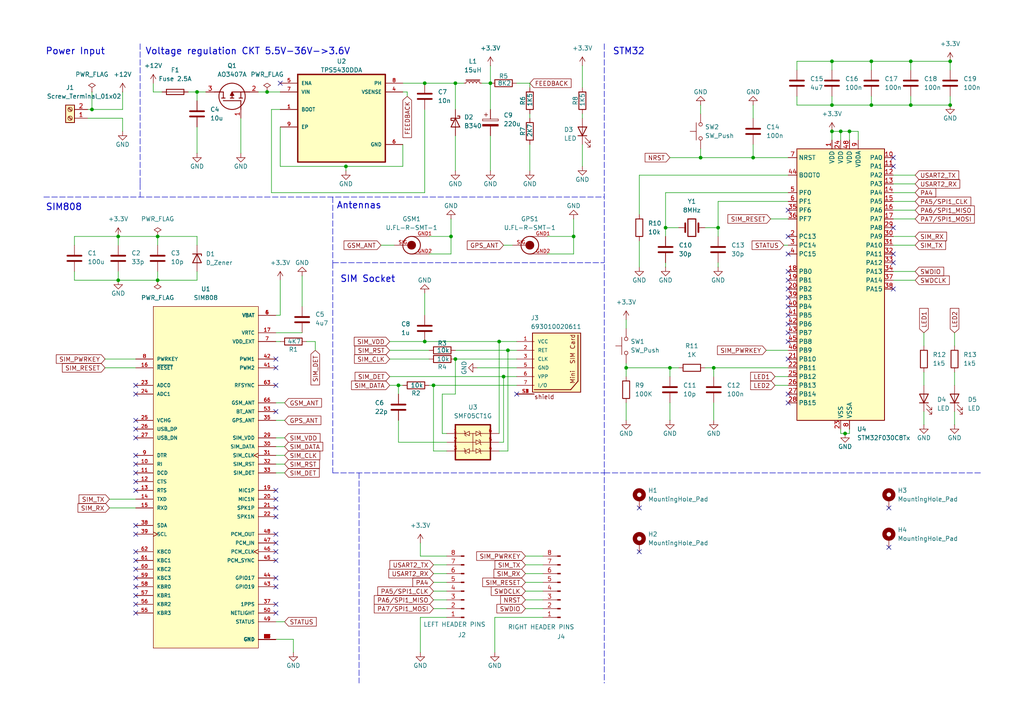
<source format=kicad_sch>
(kicad_sch (version 20250114) (generator "eeschema") (generator_version "9.0")
  (paper "A4")
  (title_block (title "GPS tracker with STM32 ") (date "2025-09-01") (company "Muhammad Hammad ur Rehman"))
  (text "SIM Socket" (at 106.68 81.026 0) (effects (font (size 1.905 1.905) (thickness 0.254) (bold yes))))
  (text "Power Input" (at 21.844 14.986 0) (effects (font (size 1.905 1.905) (thickness 0.254) (bold yes))))
  (text "Voltage regulation CKT 5.5V-36V->3.6V" (at 71.882 14.986 0) (effects (font (size 1.905 1.905) (thickness 0.254) (bold yes))))
  (text "STM32" (at 182.372 14.986 0) (effects (font (size 1.905 1.905) (thickness 0.254) (bold yes))))
  (text "Antennas" (at 104.14 59.69 0) (effects (font (size 1.905 1.905) (thickness 0.254) (bold yes))))
  (text "SIM808" (at 18.542 60.198 0) (effects (font (size 1.905 1.905) (thickness 0.254) (bold yes))))
  (junction (at 166.37 68.58))
  (junction (at 193.04 66.04))
  (junction (at 264.16 30.48))
  (junction (at 144.78 99.06))
  (junction (at 34.29 68.58))
  (junction (at 34.29 81.28))
  (junction (at 275.59 17.78))
  (junction (at 203.2 45.72))
  (junction (at 241.3 30.48))
  (junction (at 208.28 66.04))
  (junction (at 275.59 30.48))
  (junction (at 194.31 106.68))
  (junction (at 123.19 99.06))
  (junction (at 130.81 68.58))
  (junction (at 142.24 24.13))
  (junction (at 252.73 30.48))
  (junction (at 181.61 106.68))
  (junction (at 115.57 111.76))
  (junction (at 132.08 104.14))
  (junction (at 100.33 48.26))
  (junction (at 45.72 81.28))
  (junction (at 218.44 45.72))
  (junction (at 241.3 17.78))
  (junction (at 246.38 38.1))
  (junction (at 147.32 101.6))
  (junction (at 132.08 24.13))
  (junction (at 146.05 109.22))
  (junction (at 245.11 125.73))
  (junction (at 252.73 17.78))
  (junction (at 125.73 111.76))
  (junction (at 57.15 26.67))
  (junction (at 26.67 31.75))
  (junction (at 45.72 68.58))
  (junction (at 77.47 26.67))
  (junction (at 123.19 24.13))
  (junction (at 264.16 17.78))
  (junction (at 241.3 38.1))
  (junction (at 207.01 106.68))
  (junction (at 243.84 38.1))
  (no_connect (at 39.37 139.7))
  (no_connect (at 228.6 91.44))
  (no_connect (at 39.37 132.08))
  (no_connect (at 39.37 170.18))
  (no_connect (at 80.01 162.56))
  (no_connect (at 259.08 73.66))
  (no_connect (at 185.42 160.02))
  (no_connect (at 80.01 167.64))
  (no_connect (at 39.37 114.3))
  (no_connect (at 39.37 172.72))
  (no_connect (at 81.28 24.13))
  (no_connect (at 228.6 104.14))
  (no_connect (at 80.01 142.24))
  (no_connect (at 228.6 73.66))
  (no_connect (at 80.01 154.94))
  (no_connect (at 80.01 170.18))
  (no_connect (at 80.01 106.68))
  (no_connect (at 228.6 116.84))
  (no_connect (at 39.37 160.02))
  (no_connect (at 228.6 86.36))
  (no_connect (at 39.37 162.56))
  (no_connect (at 39.37 152.4))
  (no_connect (at 80.01 149.86))
  (no_connect (at 39.37 111.76))
  (no_connect (at 39.37 137.16))
  (no_connect (at 80.01 111.76))
  (no_connect (at 80.01 119.38))
  (no_connect (at 257.81 158.75))
  (no_connect (at 259.08 45.72))
  (no_connect (at 39.37 127))
  (no_connect (at 39.37 167.64))
  (no_connect (at 228.6 93.98))
  (no_connect (at 228.6 60.96))
  (no_connect (at 259.08 76.2))
  (no_connect (at 259.08 66.04))
  (no_connect (at 228.6 68.58))
  (no_connect (at 80.01 144.78))
  (no_connect (at 39.37 134.62))
  (no_connect (at 39.37 124.46))
  (no_connect (at 228.6 81.28))
  (no_connect (at 228.6 99.06))
  (no_connect (at 80.01 157.48))
  (no_connect (at 80.01 104.14))
  (no_connect (at 228.6 78.74))
  (no_connect (at 80.01 147.32))
  (no_connect (at 80.01 175.26))
  (no_connect (at 39.37 165.1))
  (no_connect (at 185.42 147.32))
  (no_connect (at 228.6 88.9))
  (no_connect (at 39.37 121.92))
  (no_connect (at 39.37 154.94))
  (no_connect (at 149.86 114.3))
  (no_connect (at 39.37 142.24))
  (no_connect (at 228.6 83.82))
  (no_connect (at 228.6 96.52))
  (no_connect (at 257.81 147.32))
  (no_connect (at 80.01 177.8))
  (no_connect (at 259.08 48.26))
  (no_connect (at 228.6 114.3))
  (no_connect (at 39.37 175.26))
  (no_connect (at 39.37 177.8))
  (no_connect (at 80.01 160.02))
  (no_connect (at 259.08 83.82))
  (wire (pts (xy 203.2 43.18) (xy 203.2 45.72)))
  (wire (pts (xy 228.6 50.8) (xy 185.42 50.8)))
  (wire (pts (xy 265.43 53.34) (xy 259.08 53.34)))
  (wire (pts (xy 113.03 111.76) (xy 115.57 111.76)))
  (wire (pts (xy 35.56 34.29) (xy 35.56 38.1)))
  (wire (pts (xy 132.08 39.37) (xy 132.08 49.53)))
  (wire (pts (xy 125.73 173.99) (xy 129.54 173.99)))
  (wire (pts (xy 81.28 31.75) (xy 78.74 31.75)))
  (wire (pts (xy 30.48 106.68) (xy 39.37 106.68)))
  (wire (pts (xy 265.43 71.12) (xy 259.08 71.12)))
  (wire (pts (xy 265.43 78.74) (xy 259.08 78.74)))
  (wire (pts (xy 123.19 24.13) (xy 132.08 24.13)))
  (wire (pts (xy 85.09 189.23) (xy 85.09 185.42)))
  (wire (pts (xy 34.29 78.74) (xy 34.29 81.28)))
  (wire (pts (xy 147.32 101.6) (xy 149.86 101.6)))
  (wire (pts (xy 181.61 116.84) (xy 181.61 121.92)))
  (wire (pts (xy 45.72 78.74) (xy 45.72 81.28)))
  (wire (pts (xy 228.6 58.42) (xy 208.28 58.42)))
  (polyline (pts (xy 96.52 76.2) (xy 96.52 137.16)) (stroke (width 0) (type dash)))
  (wire (pts (xy 57.15 71.12) (xy 57.15 68.58)))
  (wire (pts (xy 78.74 31.75) (xy 78.74 55.88)))
  (wire (pts (xy 31.75 144.78) (xy 39.37 144.78)))
  (wire (pts (xy 276.86 119.38) (xy 276.86 123.19)))
  (wire (pts (xy 125.73 166.37) (xy 129.54 166.37)))
  (wire (pts (xy 152.4 168.91) (xy 157.48 168.91)))
  (wire (pts (xy 81.28 48.26) (xy 100.33 48.26)))
  (wire (pts (xy 45.72 68.58) (xy 57.15 68.58)))
  (wire (pts (xy 265.43 55.88) (xy 259.08 55.88)))
  (wire (pts (xy 57.15 26.67) (xy 59.69 26.67)))
  (wire (pts (xy 123.19 99.06) (xy 144.78 99.06)))
  (wire (pts (xy 241.3 27.94) (xy 241.3 30.48)))
  (wire (pts (xy 21.59 71.12) (xy 21.59 68.58)))
  (wire (pts (xy 153.67 33.02) (xy 153.67 34.29)))
  (wire (pts (xy 152.4 173.99) (xy 157.48 173.99)))
  (polyline (pts (xy 104.14 137.16) (xy 104.14 198.12)) (stroke (width 0) (type dash)))
  (wire (pts (xy 113.03 101.6) (xy 124.46 101.6)))
  (wire (pts (xy 132.08 24.13) (xy 134.62 24.13)))
  (wire (pts (xy 267.97 107.95) (xy 267.97 111.76)))
  (wire (pts (xy 207.01 106.68) (xy 207.01 109.22)))
  (wire (pts (xy 91.44 99.06) (xy 91.44 101.6)))
  (wire (pts (xy 46.99 26.67) (xy 44.45 26.67)))
  (wire (pts (xy 152.4 176.53) (xy 157.48 176.53)))
  (wire (pts (xy 132.08 114.3) (xy 132.08 104.14)))
  (wire (pts (xy 34.29 68.58) (xy 45.72 68.58)))
  (wire (pts (xy 147.32 130.81) (xy 147.32 101.6)))
  (wire (pts (xy 57.15 78.74) (xy 57.15 81.28)))
  (wire (pts (xy 142.24 19.05) (xy 142.24 24.13)))
  (wire (pts (xy 228.6 55.88) (xy 193.04 55.88)))
  (wire (pts (xy 124.46 111.76) (xy 125.73 111.76)))
  (wire (pts (xy 193.04 55.88) (xy 193.04 66.04)))
  (wire (pts (xy 125.73 111.76) (xy 125.73 130.81)))
  (wire (pts (xy 264.16 17.78) (xy 264.16 20.32)))
  (wire (pts (xy 203.2 45.72) (xy 218.44 45.72)))
  (wire (pts (xy 116.84 24.13) (xy 123.19 24.13)))
  (wire (pts (xy 243.84 38.1) (xy 241.3 38.1)))
  (polyline (pts (xy 40.64 53.34) (xy 40.64 57.15)) (stroke (width 0) (type dash)))
  (wire (pts (xy 153.67 24.13) (xy 153.67 25.4)))
  (wire (pts (xy 194.31 106.68) (xy 181.61 106.68)))
  (wire (pts (xy 125.73 168.91) (xy 129.54 168.91)))
  (wire (pts (xy 207.01 106.68) (xy 228.6 106.68)))
  (wire (pts (xy 25.4 31.75) (xy 26.67 31.75)))
  (polyline (pts (xy 40.64 12.7) (xy 40.64 53.34)) (stroke (width 0) (type dash)))
  (wire (pts (xy 168.91 41.91) (xy 168.91 48.26)))
  (wire (pts (xy 223.52 63.5) (xy 228.6 63.5)))
  (wire (pts (xy 138.43 106.68) (xy 149.86 106.68)))
  (wire (pts (xy 129.54 125.73) (xy 128.27 125.73)))
  (wire (pts (xy 128.27 114.3) (xy 132.08 114.3)))
  (wire (pts (xy 123.19 85.09) (xy 123.19 91.44)))
  (wire (pts (xy 194.31 45.72) (xy 203.2 45.72)))
  (wire (pts (xy 113.03 104.14) (xy 124.46 104.14)))
  (wire (pts (xy 78.74 55.88) (xy 123.19 55.88)))
  (polyline (pts (xy 96.52 137.16) (xy 175.26 137.16)) (stroke (width 0) (type dash)))
  (wire (pts (xy 30.48 104.14) (xy 39.37 104.14)))
  (wire (pts (xy 80.01 137.16) (xy 82.55 137.16)))
  (wire (pts (xy 142.24 24.13) (xy 139.7 24.13)))
  (wire (pts (xy 276.86 107.95) (xy 276.86 111.76)))
  (wire (pts (xy 241.3 17.78) (xy 241.3 20.32)))
  (wire (pts (xy 144.78 128.27) (xy 146.05 128.27)))
  (wire (pts (xy 143.51 189.23) (xy 143.51 179.07)))
  (wire (pts (xy 80.01 91.44) (xy 81.28 91.44)))
  (wire (pts (xy 144.78 130.81) (xy 147.32 130.81)))
  (wire (pts (xy 265.43 60.96) (xy 259.08 60.96)))
  (wire (pts (xy 144.78 99.06) (xy 144.78 125.73)))
  (wire (pts (xy 275.59 30.48) (xy 275.59 27.94)))
  (wire (pts (xy 231.14 17.78) (xy 241.3 17.78)))
  (wire (pts (xy 193.04 77.47) (xy 193.04 76.2)))
  (wire (pts (xy 208.28 77.47) (xy 208.28 76.2)))
  (wire (pts (xy 231.14 20.32) (xy 231.14 17.78)))
  (wire (pts (xy 227.33 71.12) (xy 228.6 71.12)))
  (wire (pts (xy 125.73 111.76) (xy 149.86 111.76)))
  (wire (pts (xy 116.84 48.26) (xy 116.84 41.91)))
  (wire (pts (xy 252.73 30.48) (xy 264.16 30.48)))
  (wire (pts (xy 81.28 91.44) (xy 81.28 81.28)))
  (wire (pts (xy 57.15 26.67) (xy 57.15 29.21)))
  (wire (pts (xy 208.28 68.58) (xy 208.28 66.04)))
  (wire (pts (xy 34.29 81.28) (xy 21.59 81.28)))
  (polyline (pts (xy 12.7 57.15) (xy 175.26 57.15)) (stroke (width 0) (type dash)))
  (wire (pts (xy 158.75 68.58) (xy 166.37 68.58)))
  (wire (pts (xy 267.97 96.52) (xy 267.97 100.33)))
  (wire (pts (xy 26.67 31.75) (xy 35.56 31.75)))
  (wire (pts (xy 267.97 123.19) (xy 267.97 119.38)))
  (wire (pts (xy 129.54 179.07) (xy 121.92 179.07)))
  (wire (pts (xy 25.4 34.29) (xy 35.56 34.29)))
  (wire (pts (xy 264.16 30.48) (xy 275.59 30.48)))
  (wire (pts (xy 248.92 38.1) (xy 246.38 38.1)))
  (wire (pts (xy 21.59 68.58) (xy 34.29 68.58)))
  (wire (pts (xy 80.01 129.54) (xy 82.55 129.54)))
  (wire (pts (xy 132.08 24.13) (xy 132.08 31.75)))
  (wire (pts (xy 121.92 179.07) (xy 121.92 189.23)))
  (wire (pts (xy 264.16 17.78) (xy 275.59 17.78)))
  (wire (pts (xy 45.72 68.58) (xy 45.72 71.12)))
  (wire (pts (xy 128.27 125.73) (xy 128.27 114.3)))
  (wire (pts (xy 265.43 50.8) (xy 259.08 50.8)))
  (wire (pts (xy 243.84 38.1) (xy 243.84 40.64)))
  (wire (pts (xy 264.16 27.94) (xy 264.16 30.48)))
  (wire (pts (xy 185.42 77.47) (xy 185.42 69.85)))
  (wire (pts (xy 35.56 26.67) (xy 35.56 31.75)))
  (wire (pts (xy 231.14 27.94) (xy 231.14 30.48)))
  (wire (pts (xy 132.08 104.14) (xy 149.86 104.14)))
  (wire (pts (xy 69.85 34.29) (xy 69.85 44.45)))
  (wire (pts (xy 252.73 17.78) (xy 264.16 17.78)))
  (wire (pts (xy 265.43 68.58) (xy 259.08 68.58)))
  (wire (pts (xy 113.03 99.06) (xy 123.19 99.06)))
  (wire (pts (xy 115.57 111.76) (xy 115.57 114.3)))
  (wire (pts (xy 207.01 116.84) (xy 207.01 121.92)))
  (wire (pts (xy 208.28 66.04) (xy 204.47 66.04)))
  (wire (pts (xy 193.04 66.04) (xy 196.85 66.04)))
  (wire (pts (xy 181.61 106.68) (xy 181.61 105.41)))
  (wire (pts (xy 54.61 26.67) (xy 57.15 26.67)))
  (wire (pts (xy 245.11 125.73) (xy 243.84 125.73)))
  (wire (pts (xy 125.73 171.45) (xy 129.54 171.45)))
  (wire (pts (xy 218.44 41.91) (xy 218.44 45.72)))
  (wire (pts (xy 252.73 27.94) (xy 252.73 30.48)))
  (wire (pts (xy 246.38 38.1) (xy 246.38 40.64)))
  (wire (pts (xy 132.08 101.6) (xy 147.32 101.6)))
  (wire (pts (xy 125.73 163.83) (xy 129.54 163.83)))
  (wire (pts (xy 181.61 92.71) (xy 181.61 95.25)))
  (wire (pts (xy 208.28 58.42) (xy 208.28 66.04)))
  (wire (pts (xy 275.59 17.78) (xy 275.59 20.32)))
  (wire (pts (xy 80.01 132.08) (xy 82.55 132.08)))
  (wire (pts (xy 152.4 163.83) (xy 157.48 163.83)))
  (wire (pts (xy 121.92 157.48) (xy 121.92 161.29)))
  (wire (pts (xy 124.46 73.66) (xy 130.81 73.66)))
  (wire (pts (xy 130.81 68.58) (xy 130.81 73.66)))
  (wire (pts (xy 123.19 55.88) (xy 123.19 31.75)))
  (wire (pts (xy 80.01 96.52) (xy 87.63 96.52)))
  (wire (pts (xy 82.55 116.84) (xy 80.01 116.84)))
  (wire (pts (xy 194.31 116.84) (xy 194.31 121.92)))
  (wire (pts (xy 130.81 63.5) (xy 130.81 68.58)))
  (wire (pts (xy 196.85 106.68) (xy 194.31 106.68)))
  (wire (pts (xy 142.24 31.75) (xy 142.24 24.13)))
  (wire (pts (xy 168.91 19.05) (xy 168.91 25.4)))
  (wire (pts (xy 203.2 30.48) (xy 203.2 33.02)))
  (polyline (pts (xy 175.26 137.16) (xy 284.48 137.16)) (stroke (width 0) (type dash)))
  (wire (pts (xy 241.3 17.78) (xy 252.73 17.78)))
  (wire (pts (xy 45.72 81.28) (xy 34.29 81.28)))
  (wire (pts (xy 144.78 99.06) (xy 149.86 99.06)))
  (wire (pts (xy 146.05 109.22) (xy 149.86 109.22)))
  (wire (pts (xy 81.28 36.83) (xy 81.28 48.26)))
  (wire (pts (xy 224.79 111.76) (xy 228.6 111.76)))
  (polyline (pts (xy 96.52 57.15) (xy 96.52 76.2)) (stroke (width 0) (type dash)))
  (wire (pts (xy 88.9 99.06) (xy 91.44 99.06)))
  (wire (pts (xy 80.01 127) (xy 82.55 127)))
  (wire (pts (xy 81.28 99.06) (xy 80.01 99.06)))
  (wire (pts (xy 129.54 130.81) (xy 125.73 130.81)))
  (wire (pts (xy 77.47 26.67) (xy 81.28 26.67)))
  (wire (pts (xy 21.59 81.28) (xy 21.59 78.74)))
  (wire (pts (xy 44.45 24.13) (xy 44.45 26.67)))
  (wire (pts (xy 265.43 81.28) (xy 259.08 81.28)))
  (polyline (pts (xy 96.52 76.2) (xy 175.26 76.2)) (stroke (width 0) (type dash)))
  (wire (pts (xy 57.15 36.83) (xy 57.15 44.45)))
  (wire (pts (xy 115.57 128.27) (xy 115.57 121.92)))
  (wire (pts (xy 224.79 109.22) (xy 228.6 109.22)))
  (wire (pts (xy 31.75 147.32) (xy 39.37 147.32)))
  (wire (pts (xy 82.55 121.92) (xy 80.01 121.92)))
  (wire (pts (xy 152.4 166.37) (xy 157.48 166.37)))
  (wire (pts (xy 124.46 68.58) (xy 130.81 68.58)))
  (wire (pts (xy 181.61 106.68) (xy 181.61 109.22)))
  (wire (pts (xy 34.29 68.58) (xy 34.29 71.12)))
  (wire (pts (xy 241.3 30.48) (xy 252.73 30.48)))
  (wire (pts (xy 204.47 106.68) (xy 207.01 106.68)))
  (wire (pts (xy 152.4 171.45) (xy 157.48 171.45)))
  (wire (pts (xy 265.43 58.42) (xy 259.08 58.42)))
  (wire (pts (xy 85.09 185.42) (xy 80.01 185.42)))
  (wire (pts (xy 166.37 73.66) (xy 166.37 68.58)))
  (wire (pts (xy 241.3 38.1) (xy 241.3 40.64)))
  (wire (pts (xy 194.31 106.68) (xy 194.31 109.22)))
  (wire (pts (xy 80.01 180.34) (xy 82.55 180.34)))
  (wire (pts (xy 222.25 101.6) (xy 228.6 101.6)))
  (wire (pts (xy 125.73 176.53) (xy 129.54 176.53)))
  (wire (pts (xy 193.04 66.04) (xy 193.04 68.58)))
  (polyline (pts (xy 175.26 12.7) (xy 175.26 198.12)) (stroke (width 0) (type dash)))
  (wire (pts (xy 45.72 81.28) (xy 57.15 81.28)))
  (wire (pts (xy 248.92 40.64) (xy 248.92 38.1)))
  (wire (pts (xy 218.44 45.72) (xy 228.6 45.72)))
  (wire (pts (xy 158.75 73.66) (xy 166.37 73.66)))
  (wire (pts (xy 121.92 161.29) (xy 129.54 161.29)))
  (wire (pts (xy 26.67 26.67) (xy 26.67 31.75)))
  (wire (pts (xy 118.11 27.94) (xy 118.11 26.67)))
  (wire (pts (xy 100.33 48.26) (xy 100.33 49.53)))
  (wire (pts (xy 243.84 125.73) (xy 243.84 124.46)))
  (wire (pts (xy 168.91 33.02) (xy 168.91 34.29)))
  (wire (pts (xy 129.54 128.27) (xy 115.57 128.27)))
  (wire (pts (xy 80.01 134.62) (xy 82.55 134.62)))
  (wire (pts (xy 146.05 71.12) (xy 148.59 71.12)))
  (wire (pts (xy 276.86 96.52) (xy 276.86 100.33)))
  (wire (pts (xy 231.14 30.48) (xy 241.3 30.48)))
  (wire (pts (xy 149.86 24.13) (xy 153.67 24.13)))
  (wire (pts (xy 252.73 17.78) (xy 252.73 20.32)))
  (wire (pts (xy 118.11 26.67) (xy 116.84 26.67)))
  (wire (pts (xy 74.93 26.67) (xy 77.47 26.67)))
  (wire (pts (xy 152.4 161.29) (xy 157.48 161.29)))
  (wire (pts (xy 142.24 49.53) (xy 142.24 39.37)))
  (wire (pts (xy 218.44 30.48) (xy 218.44 34.29)))
  (wire (pts (xy 153.67 49.53) (xy 153.67 41.91)))
  (wire (pts (xy 166.37 68.58) (xy 166.37 63.5)))
  (wire (pts (xy 100.33 48.26) (xy 116.84 48.26)))
  (wire (pts (xy 115.57 111.76) (xy 116.84 111.76)))
  (wire (pts (xy 246.38 125.73) (xy 245.11 125.73)))
  (wire (pts (xy 246.38 124.46) (xy 246.38 125.73)))
  (wire (pts (xy 110.49 71.12) (xy 114.3 71.12)))
  (wire (pts (xy 143.51 179.07) (xy 157.48 179.07)))
  (wire (pts (xy 87.63 80.01) (xy 87.63 88.9)))
  (wire (pts (xy 265.43 63.5) (xy 259.08 63.5)))
  (wire (pts (xy 146.05 109.22) (xy 146.05 128.27)))
  (wire (pts (xy 113.03 109.22) (xy 146.05 109.22)))
  (wire (pts (xy 246.38 38.1) (xy 243.84 38.1)))
  (wire (pts (xy 185.42 50.8) (xy 185.42 62.23)))
  (global_label "SWDIO" (shape input) (at 265.43 78.74 0) (property "Intersheetrefs" "${INTERSHEET_REFS}" (effects (hide yes))))
  (global_label "PA7{slash}SPI1_MOSI" (shape input) (at 265.43 63.5 0) (property "Intersheetrefs" "${INTERSHEET_REFS}" (effects (hide yes))))
  (global_label "USART2_TX" (shape input) (at 265.43 50.8 0) (property "Intersheetrefs" "${INTERSHEET_REFS}" (effects (hide yes))))
  (global_label "PA4" (shape input) (at 125.73 168.91 180) (property "Intersheetrefs" "${INTERSHEET_REFS}" (effects (hide yes))))
  (global_label "LED1" (shape input) (at 267.97 96.52 90) (property "Intersheetrefs" "${INTERSHEET_REFS}" (effects (hide yes))))
  (global_label "SIM_PWRKEY" (shape input) (at 152.4 161.29 180) (property "Intersheetrefs" "${INTERSHEET_REFS}" (effects (hide yes))))
  (global_label "USART2_RX" (shape input) (at 125.73 166.37 180) (property "Intersheetrefs" "${INTERSHEET_REFS}" (effects (hide yes))))
  (global_label "SIM_VDD" (shape input) (at 113.03 99.06 180) (property "Intersheetrefs" "${INTERSHEET_REFS}" (effects (hide yes))))
  (global_label "SIM_RESET" (shape input) (at 152.4 168.91 180) (property "Intersheetrefs" "${INTERSHEET_REFS}" (effects (hide yes))))
  (global_label "SIM_RX" (shape input) (at 265.43 68.58 0) (property "Intersheetrefs" "${INTERSHEET_REFS}" (effects (hide yes))))
  (global_label "SIM_DET" (shape input) (at 113.03 109.22 180) (property "Intersheetrefs" "${INTERSHEET_REFS}" (effects (hide yes))))
  (global_label "SWDIO" (shape input) (at 152.4 176.53 180) (property "Intersheetrefs" "${INTERSHEET_REFS}" (effects (hide yes))))
  (global_label "USART2_TX" (shape input) (at 125.73 163.83 180) (property "Intersheetrefs" "${INTERSHEET_REFS}" (effects (hide yes))))
  (global_label "FEEDBACK" (shape input) (at 118.11 27.94 270) (property "Intersheetrefs" "${INTERSHEET_REFS}" (effects (hide yes))))
  (global_label "LED1" (shape input) (at 224.79 109.22 180) (property "Intersheetrefs" "${INTERSHEET_REFS}" (effects (hide yes))))
  (global_label "SIM_CLK" (shape input) (at 113.03 104.14 180) (property "Intersheetrefs" "${INTERSHEET_REFS}" (effects (hide yes))))
  (global_label "GSM_ANT" (shape input) (at 110.49 71.12 180) (property "Intersheetrefs" "${INTERSHEET_REFS}" (effects (hide yes))))
  (global_label "FEEDBACK" (shape input) (at 153.67 24.13 0) (property "Intersheetrefs" "${INTERSHEET_REFS}" (effects (hide yes))))
  (global_label "SIM_CLK" (shape input) (at 82.55 132.08 0) (property "Intersheetrefs" "${INTERSHEET_REFS}" (effects (hide yes))))
  (global_label "SIM_DET" (shape input) (at 82.55 137.16 0) (property "Intersheetrefs" "${INTERSHEET_REFS}" (effects (hide yes))))
  (global_label "STATUS" (shape input) (at 227.33 71.12 180) (property "Intersheetrefs" "${INTERSHEET_REFS}" (effects (hide yes))))
  (global_label "SIM_RX" (shape input) (at 31.75 147.32 180) (property "Intersheetrefs" "${INTERSHEET_REFS}" (effects (hide yes))))
  (global_label "NRST" (shape input) (at 152.4 173.99 180) (property "Intersheetrefs" "${INTERSHEET_REFS}" (effects (hide yes))))
  (global_label "SIM_DATA" (shape input) (at 113.03 111.76 180) (property "Intersheetrefs" "${INTERSHEET_REFS}" (effects (hide yes))))
  (global_label "SIM_DET" (shape input) (at 91.44 101.6 270) (property "Intersheetrefs" "${INTERSHEET_REFS}" (effects (hide yes))))
  (global_label "SIM_DATA" (shape input) (at 82.55 129.54 0) (property "Intersheetrefs" "${INTERSHEET_REFS}" (effects (hide yes))))
  (global_label "STATUS" (shape input) (at 82.55 180.34 0) (property "Intersheetrefs" "${INTERSHEET_REFS}" (effects (hide yes))))
  (global_label "SIM_TX" (shape input) (at 152.4 163.83 180) (property "Intersheetrefs" "${INTERSHEET_REFS}" (effects (hide yes))))
  (global_label "SWDCLK" (shape input) (at 152.4 171.45 180) (property "Intersheetrefs" "${INTERSHEET_REFS}" (effects (hide yes))))
  (global_label "PA5{slash}SPI1_CLK" (shape input) (at 125.73 171.45 180) (property "Intersheetrefs" "${INTERSHEET_REFS}" (effects (hide yes))))
  (global_label "SIM_RST" (shape input) (at 113.03 101.6 180) (property "Intersheetrefs" "${INTERSHEET_REFS}" (effects (hide yes))))
  (global_label "PA6{slash}SPI1_MISO" (shape input) (at 265.43 60.96 0) (property "Intersheetrefs" "${INTERSHEET_REFS}" (effects (hide yes))))
  (global_label "PA4" (shape input) (at 265.43 55.88 0) (property "Intersheetrefs" "${INTERSHEET_REFS}" (effects (hide yes))))
  (global_label "NRST" (shape input) (at 194.31 45.72 180) (property "Intersheetrefs" "${INTERSHEET_REFS}" (effects (hide yes))))
  (global_label "SIM_RESET" (shape input) (at 223.52 63.5 180) (property "Intersheetrefs" "${INTERSHEET_REFS}" (effects (hide yes))))
  (global_label "PA5{slash}SPI1_CLK" (shape input) (at 265.43 58.42 0) (property "Intersheetrefs" "${INTERSHEET_REFS}" (effects (hide yes))))
  (global_label "SIM_VDD" (shape input) (at 82.55 127 0) (property "Intersheetrefs" "${INTERSHEET_REFS}" (effects (hide yes))))
  (global_label "GSM_ANT" (shape input) (at 82.55 116.84 0) (property "Intersheetrefs" "${INTERSHEET_REFS}" (effects (hide yes))))
  (global_label "SIM_RESET" (shape input) (at 30.48 106.68 180) (property "Intersheetrefs" "${INTERSHEET_REFS}" (effects (hide yes))))
  (global_label "SWDCLK" (shape input) (at 265.43 81.28 0) (property "Intersheetrefs" "${INTERSHEET_REFS}" (effects (hide yes))))
  (global_label "SIM_PWRKEY" (shape input) (at 222.25 101.6 180) (property "Intersheetrefs" "${INTERSHEET_REFS}" (effects (hide yes))))
  (global_label "LED2" (shape input) (at 224.79 111.76 180) (property "Intersheetrefs" "${INTERSHEET_REFS}" (effects (hide yes))))
  (global_label "SIM_TX" (shape input) (at 31.75 144.78 180) (property "Intersheetrefs" "${INTERSHEET_REFS}" (effects (hide yes))))
  (global_label "GPS_ANT" (shape input) (at 82.55 121.92 0) (property "Intersheetrefs" "${INTERSHEET_REFS}" (effects (hide yes))))
  (global_label "GPS_ANT" (shape input) (at 146.05 71.12 180) (property "Intersheetrefs" "${INTERSHEET_REFS}" (effects (hide yes))))
  (global_label "SIM_PWRKEY" (shape input) (at 30.48 104.14 180) (property "Intersheetrefs" "${INTERSHEET_REFS}" (effects (hide yes))))
  (global_label "SIM_RX" (shape input) (at 152.4 166.37 180) (property "Intersheetrefs" "${INTERSHEET_REFS}" (effects (hide yes))))
  (global_label "LED2" (shape input) (at 276.86 96.52 90) (property "Intersheetrefs" "${INTERSHEET_REFS}" (effects (hide yes))))
  (global_label "PA6{slash}SPI1_MISO" (shape input) (at 125.73 173.99 180) (property "Intersheetrefs" "${INTERSHEET_REFS}" (effects (hide yes))))
  (global_label "USART2_RX" (shape input) (at 265.43 53.34 0) (property "Intersheetrefs" "${INTERSHEET_REFS}" (effects (hide yes))))
  (global_label "SIM_RST" (shape input) (at 82.55 134.62 0) (property "Intersheetrefs" "${INTERSHEET_REFS}" (effects (hide yes))))
  (global_label "PA7{slash}SPI1_MOSI" (shape input) (at 125.73 176.53 180) (property "Intersheetrefs" "${INTERSHEET_REFS}" (effects (hide yes))))
  (global_label "SIM_TX" (shape input) (at 265.43 71.12 0) (property "Intersheetrefs" "${INTERSHEET_REFS}" (effects (hide yes))))
  (symbol (lib_id "U.FL-R-SMT-1:U.FL-R-SMT-1") (at 153.67 71.12 0) (unit 1)
    (property "Reference" "GPS1" (at 153.67 63.5 0))
    (property "Value" "U.FL-R-SMT-1" (at 153.67 66.04 0))
    (property "Footprint" "U.FL-R-SMT-1:U.FL-R-SMT-1" (effects (hide yes)))
    (property "MF" "Hirose Electric Co Ltd" (effects (hide yes)))
    (property "Description_1" "\nU.FL-R-SMT(10) Hirose Electric RF Connectors U.FL 0Hz to 6GHz 50Ohm Solder ST SMD F Gold T/R - Arrow.com\n" (effects (hide yes)))
    (property "Package" "None" (effects (hide yes)))
    (property "Price" "None" (effects (hide yes)))
    (property "SnapEDA_Link" "https://www.snapeda.com/parts/U.FL-R-SMT-1/Hirose+Electric+Co+Ltd/view-part/?ref=snap" (effects (hide yes)))
    (property "MP" "U.FL-R-SMT-1" (effects (hide yes)))
    (property "Purchase-URL" "https://www.snapeda.com/api/url_track_click_mouser/?unipart_id=5844606&manufacturer=Hirose Electric Co Ltd&part_name=U.FL-R-SMT-1&search_term=u.fl-r-smt(10)" (effects (hide yes)))
    (property "Availability" "In Stock" (effects (hide yes)))
    (property "Check_prices" "https://www.snapeda.com/parts/U.FL-R-SMT-1/Hirose+Electric+Co+Ltd/view-part/?ref=eda" (effects (hide yes)))
  )
  (symbol (lib_id "Device:R") (at 181.61 113.03 0) (unit 1)
    (property "Reference" "R9" (at 184.15 111.7599 0) (effects (justify left)))
    (property "Value" "100K" (at 184.15 114.2999 0) (effects (justify left)))
    (property "Footprint" "Resistor_SMD:R_0201_0603Metric" (effects (hide yes)))
    (property "Description" "Resistor" (effects (hide yes)))
  )
  (symbol (lib_id "Mechanical:MountingHole_Pad") (at 185.42 157.48 0) (unit 1) (exclude_from_sim yes) (in_bom no)
    (property "Reference" "H2" (at 187.96 154.9399 0) (effects (justify left)))
    (property "Value" "MountingHole_Pad" (at 187.96 157.4799 0) (effects (justify left)))
    (property "Footprint" "MountingHole:MountingHole_2.2mm_M2_Pad_Via" (effects (hide yes)))
    (property "Description" "Mounting Hole with connection" (effects (hide yes)))
  )
  (symbol (lib_id "Device:C") (at 264.16 24.13 0) (unit 1)
    (property "Reference" "C18" (at 267.97 22.8599 0) (effects (justify left)))
    (property "Value" "100n" (at 267.97 25.3999 0) (effects (justify left)))
    (property "Footprint" "Capacitor_SMD:C_0402_1005Metric" (effects (hide yes)))
    (property "Description" "Unpolarized capacitor" (effects (hide yes)))
  )
  (symbol (lib_id "Switch:SW_Push") (at 203.2 38.1 90) (unit 1)
    (property "Reference" "SW2" (at 204.47 36.8299 90) (effects (justify right)))
    (property "Value" "SW_Push" (at 204.47 39.3699 90) (effects (justify right)))
    (property "Footprint" "Button_Switch_SMD:SW_Push_1P1T_NO_CK_KSC6xxJ" (effects (hide yes)))
    (property "Description" "Push button switch, generic, two pins" (effects (hide yes)))
  )
  (symbol (lib_id "power:GND") (at 100.33 49.53 0) (unit 1)
    (property "Reference" "#PWR011" (effects (hide yes)))
    (property "Value" "GND" (at 100.33 53.34 0))
    (property "Description" "Power symbol creates a global label with name \"GND\" , ground" (effects (hide yes)))
  )
  (symbol (lib_id "power:GND") (at 142.24 49.53 0) (unit 1)
    (property "Reference" "#PWR019" (effects (hide yes)))
    (property "Value" "GND" (at 142.24 53.34 0))
    (property "Description" "Power symbol creates a global label with name \"GND\" , ground" (effects (hide yes)))
  )
  (symbol (lib_id "Device:Crystal") (at 200.66 66.04 0) (unit 1)
    (property "Reference" "Y1" (at 200.66 58.42 0))
    (property "Value" "8MHz" (at 200.66 60.96 0))
    (property "Footprint" "Crystal:Crystal_SMD_5032-2Pin_5.0x3.2mm" (effects (hide yes)))
    (property "Description" "Two pin crystal" (effects (hide yes)))
  )
  (symbol (lib_id "693010020611:693010020611") (at 162.56 104.14 0) (unit 1)
    (property "Reference" "J3" (at 153.924 92.202 0) (effects (justify left)))
    (property "Value" "693010020611" (at 153.924 94.742 0) (effects (justify left)))
    (property "Footprint" "693010020611:693010020611" (effects (hide yes)))
    (property "MF" "Wurth Elektronik" (effects (hide yes)))
    (property "Description_1" "CardConnector_SMT_MiniSIM_Header_6pins" (effects (hide yes)))
    (property "Package" "None" (effects (hide yes)))
    (property "Purchase-URL" "https://www.snapeda.com/api/url_track_click_mouser/?unipart_id=4871526&manufacturer=Wurth Elektronik&part_name=693010020611&search_term=sim conncetor" (effects (hide yes)))
    (property "MOUNT" "SMT" (effects (hide yes)))
    (property "IR" "0.5A" (effects (hide yes)))
    (property "VALUE" "693010020611" (effects (hide yes)))
    (property "Price" "None" (effects (hide yes)))
    (property "PART-NUMBER" "693010020611" (effects (hide yes)))
    (property "SnapEDA_Link" "https://www.snapeda.com/parts/693010020611/Wurth+Elektronik/view-part/?ref=snap" (effects (hide yes)))
    (property "DATASHEET-URL" "https://www.we-online.com/redexpert/spec/693010020611?ae" (effects (hide yes)))
    (property "MP" "693010020611" (effects (hide yes)))
    (property "WORKING-VOLTAGE" "50V(AC)" (effects (hide yes)))
    (property "PINS" "6" (effects (hide yes)))
    (property "Availability" "In Stock" (effects (hide yes)))
    (property "TYPE" "Header" (effects (hide yes)))
    (property "GERDER" "Socket" (effects (hide yes)))
    (property "Check_prices" "https://www.snapeda.com/parts/693010020611/Wurth+Elektronik/view-part/?ref=eda" (effects (hide yes)))
  )
  (symbol (lib_id "U.FL-R-SMT-1:U.FL-R-SMT-1") (at 119.38 71.12 0) (unit 1)
    (property "Reference" "GSM1" (at 119.38 63.5 0))
    (property "Value" "U.FL-R-SMT-1" (at 119.38 66.04 0))
    (property "Footprint" "U.FL-R-SMT-1:U.FL-R-SMT-1" (effects (hide yes)))
    (property "MF" "Hirose Electric Co Ltd" (effects (hide yes)))
    (property "Description_1" "\nU.FL-R-SMT(10) Hirose Electric RF Connectors U.FL 0Hz to 6GHz 50Ohm Solder ST SMD F Gold T/R - Arrow.com\n" (effects (hide yes)))
    (property "Package" "None" (effects (hide yes)))
    (property "Price" "None" (effects (hide yes)))
    (property "SnapEDA_Link" "https://www.snapeda.com/parts/U.FL-R-SMT-1/Hirose+Electric+Co+Ltd/view-part/?ref=snap" (effects (hide yes)))
    (property "MP" "U.FL-R-SMT-1" (effects (hide yes)))
    (property "Purchase-URL" "https://www.snapeda.com/api/url_track_click_mouser/?unipart_id=5844606&manufacturer=Hirose Electric Co Ltd&part_name=U.FL-R-SMT-1&search_term=u.fl-r-smt(10)" (effects (hide yes)))
    (property "Availability" "In Stock" (effects (hide yes)))
    (property "Check_prices" "https://www.snapeda.com/parts/U.FL-R-SMT-1/Hirose+Electric+Co+Ltd/view-part/?ref=eda" (effects (hide yes)))
  )
  (symbol (lib_id "power:GND") (at 185.42 77.47 0) (unit 1)
    (property "Reference" "#PWR027" (effects (hide yes)))
    (property "Value" "GND" (at 185.42 81.28 0))
    (property "Description" "Power symbol creates a global label with name \"GND\" , ground" (effects (hide yes)))
  )
  (symbol (lib_id "power:GND") (at 194.31 121.92 0) (unit 1)
    (property "Reference" "#PWR029" (effects (hide yes)))
    (property "Value" "GND" (at 194.31 125.73 0))
    (property "Description" "Power symbol creates a global label with name \"GND\" , ground" (effects (hide yes)))
  )
  (symbol (lib_id "power:GND") (at 275.59 30.48 0) (unit 1)
    (property "Reference" "#PWR038" (effects (hide yes)))
    (property "Value" "GND" (at 275.59 34.29 0))
    (property "Description" "Power symbol creates a global label with name \"GND\" , ground" (effects (hide yes)))
  )
  (symbol (lib_id "Device:R") (at 276.86 104.14 180) (unit 1)
    (property "Reference" "R13" (at 279.4 102.8699 0) (effects (justify right)))
    (property "Value" "1k5" (at 279.4 105.4099 0) (effects (justify right)))
    (property "Footprint" "Resistor_SMD:R_0805_2012Metric" (effects (hide yes)))
    (property "Description" "Resistor" (effects (hide yes)))
  )
  (symbol (lib_id "power:PWR_FLAG") (at 45.72 81.28 180) (unit 1)
    (property "Reference" "#FLG03" (effects (hide yes)))
    (property "Value" "PWR_FLAG" (at 45.72 86.36 0))
    (property "Description" "Special symbol for telling ERC where power comes from" (effects (hide yes)))
  )
  (symbol (lib_id "Device:R") (at 128.27 104.14 270) (unit 1)
    (property "Reference" "R4" (at 128.27 106.426 90))
    (property "Value" "10k" (at 128.524 104.14 90))
    (property "Footprint" "Resistor_SMD:R_0402_1005Metric" (effects (hide yes)))
    (property "Description" "Resistor" (effects (hide yes)))
  )
  (symbol (lib_id "Device:C") (at 21.59 74.93 0) (unit 1)
    (property "Reference" "C1" (at 25.4 73.406 0) (effects (justify left)))
    (property "Value" "100u" (at 25.4 75.946 0) (effects (justify left)))
    (property "Footprint" "Capacitor_SMD:C_1206_3216Metric" (effects (hide yes)))
    (property "Description" "Unpolarized capacitor" (effects (hide yes)))
  )
  (symbol (lib_id "Mechanical:MountingHole_Pad") (at 257.81 144.78 0) (unit 1) (exclude_from_sim yes) (in_bom no)
    (property "Reference" "H3" (at 260.35 142.2399 0) (effects (justify left)))
    (property "Value" "MountingHole_Pad" (at 260.35 144.7799 0) (effects (justify left)))
    (property "Footprint" "MountingHole:MountingHole_2.2mm_M2_Pad_Via" (effects (hide yes)))
    (property "Description" "Mounting Hole with connection" (effects (hide yes)))
  )
  (symbol (lib_id "Device:C") (at 193.04 72.39 0) (unit 1)
    (property "Reference" "C10" (at 196.85 71.1199 0) (effects (justify left)))
    (property "Value" "30p" (at 196.85 73.6599 0) (effects (justify left)))
    (property "Footprint" "Capacitor_SMD:C_0402_1005Metric" (effects (hide yes)))
    (property "Description" "Unpolarized capacitor" (effects (hide yes)))
  )
  (symbol (lib_id "power:GND") (at 132.08 49.53 0) (unit 1)
    (property "Reference" "#PWR015" (effects (hide yes)))
    (property "Value" "GND" (at 132.08 53.34 0))
    (property "Description" "Power symbol creates a global label with name \"GND\" , ground" (effects (hide yes)))
  )
  (symbol (lib_id "Device:C") (at 208.28 72.39 0) (unit 1)
    (property "Reference" "C13" (at 212.09 71.1199 0) (effects (justify left)))
    (property "Value" "30p" (at 212.09 73.6599 0) (effects (justify left)))
    (property "Footprint" "Capacitor_SMD:C_0402_1005Metric" (effects (hide yes)))
    (property "Description" "Unpolarized capacitor" (effects (hide yes)))
  )
  (symbol (lib_id "Connector:Screw_Terminal_01x02") (at 20.32 34.29 180) (unit 1)
    (property "Reference" "J1" (at 20.32 25.4 0))
    (property "Value" "Screw_Terminal_01x02" (at 24.384 27.94 0))
    (property "Footprint" "TerminalBlock:TerminalBlock_bornier-2_P5.08mm" (effects (hide yes)))
    (property "Description" "Generic screw terminal, single row, 01x02, script generated (kicad-library-utils/schlib/autogen/connector/)" (effects (hide yes)))
  )
  (symbol (lib_id "Device:C") (at 275.59 24.13 0) (unit 1)
    (property "Reference" "C19" (at 279.4 22.8599 0) (effects (justify left)))
    (property "Value" "100n" (at 279.4 25.3999 0) (effects (justify left)))
    (property "Footprint" "Capacitor_SMD:C_0402_1005Metric" (effects (hide yes)))
    (property "Description" "Unpolarized capacitor" (effects (hide yes)))
  )
  (symbol (lib_id "Device:R") (at 85.09 99.06 270) (unit 1)
    (property "Reference" "R1" (at 85.09 101.346 90))
    (property "Value" "4K7" (at 85.344 99.06 90))
    (property "Footprint" "Resistor_SMD:R_0402_1005Metric" (effects (hide yes)))
    (property "Description" "Resistor" (effects (hide yes)))
  )
  (symbol (lib_id "AO3407A:AO3407A") (at 69.85 34.29 90) (unit 1)
    (property "Reference" "Q1" (at 67.31 19.05 90))
    (property "Value" "AO3407A" (at 67.31 21.59 90))
    (property "Footprint" "LIB_AO3407A:SOT95P280X125-3N" (effects (hide yes)))
    (property "Datasheet" "http://www.aosmd.com/pdfs/datasheet/ao3407a.pdf" (effects (hide yes)))
    (property "Description" "MOSFET P-CH 30V 4.3A SOT23" (effects (hide yes)))
    (property "Height" "1.25" (effects (hide yes)))
    (property "Manufacturer_Name" "Alpha & Omega Semiconductors" (effects (hide yes)))
    (property "Manufacturer_Part_Number" "AO3407A" (effects (hide yes)))
    (property "Arrow Part Number" "AO3407A" (effects (hide yes)))
    (property "Arrow Price/Stock" "https://www.arrow.com/en/products/ao3407a/alpha-and-omega-semiconductor?utm_currency=USD&region=nac" (effects (hide yes)))
  )
  (symbol (lib_id "Device:R") (at 267.97 104.14 180) (unit 1)
    (property "Reference" "R12" (at 270.51 102.8699 0) (effects (justify right)))
    (property "Value" "1k5" (at 270.51 105.4099 0) (effects (justify right)))
    (property "Footprint" "Resistor_SMD:R_0805_2012Metric" (effects (hide yes)))
    (property "Description" "Resistor" (effects (hide yes)))
  )
  (symbol (lib_id "power:GND") (at 69.85 44.45 0) (unit 1)
    (property "Reference" "#PWR07" (effects (hide yes)))
    (property "Value" "GND" (at 69.85 48.26 0))
    (property "Description" "Power symbol creates a global label with name \"GND\" , ground" (effects (hide yes)))
  )
  (symbol (lib_id "Device:R") (at 120.65 111.76 270) (unit 1)
    (property "Reference" "R2" (at 120.65 114.046 90))
    (property "Value" "10k" (at 120.904 111.76 90))
    (property "Footprint" "Resistor_SMD:R_0402_1005Metric" (effects (hide yes)))
    (property "Description" "Resistor" (effects (hide yes)))
  )
  (symbol (lib_id "power:GND") (at 276.86 123.19 0) (unit 1)
    (property "Reference" "#PWR039" (effects (hide yes)))
    (property "Value" "GND" (at 276.86 127 0))
    (property "Description" "Power symbol creates a global label with name \"GND\" , ground" (effects (hide yes)))
  )
  (symbol (lib_id "power:+3.3V") (at 241.3 38.1 0) (unit 1)
    (property "Reference" "#PWR034" (effects (hide yes)))
    (property "Value" "+3.3V" (at 241.3 33.02 0))
    (property "Description" "Power symbol creates a global label with name \"+3.3V\"" (effects (hide yes)))
  )
  (symbol (lib_id "Device:C") (at 115.57 118.11 0) (unit 1)
    (property "Reference" "C6" (at 108.712 116.84 0) (effects (justify left)))
    (property "Value" "22p" (at 108.712 119.38 0) (effects (justify left)))
    (property "Footprint" "Capacitor_SMD:C_0402_1005Metric" (effects (hide yes)))
    (property "Description" "Unpolarized capacitor" (effects (hide yes)))
  )
  (symbol (lib_id "Device:C") (at 241.3 24.13 0) (unit 1)
    (property "Reference" "C16" (at 245.11 22.8599 0) (effects (justify left)))
    (property "Value" "100n" (at 245.11 25.3999 0) (effects (justify left)))
    (property "Footprint" "Capacitor_SMD:C_0402_1005Metric" (effects (hide yes)))
    (property "Description" "Unpolarized capacitor" (effects (hide yes)))
  )
  (symbol (lib_id "Device:C") (at 231.14 24.13 0) (unit 1)
    (property "Reference" "C15" (at 234.95 22.8599 0) (effects (justify left)))
    (property "Value" "4u7" (at 234.95 25.3999 0) (effects (justify left)))
    (property "Footprint" "Capacitor_SMD:C_0201_0603Metric" (effects (hide yes)))
    (property "Description" "Unpolarized capacitor" (effects (hide yes)))
  )
  (symbol (lib_id "Device:Fuse") (at 50.8 26.67 90) (unit 1)
    (property "Reference" "F1" (at 50.8 20.32 90))
    (property "Value" "Fuse 2.5A" (at 50.8 22.86 90))
    (property "Footprint" "Fuse:Fuse_0402_1005Metric" (effects (hide yes)))
    (property "Description" "Fuse" (effects (hide yes)))
  )
  (symbol (lib_id "Device:R") (at 146.05 24.13 270) (unit 1)
    (property "Reference" "R5" (at 146.05 22.098 90))
    (property "Value" "8K2" (at 146.304 24.13 90))
    (property "Footprint" "Resistor_SMD:R_0805_2012Metric" (effects (hide yes)))
    (property "Description" "Resistor" (effects (hide yes)))
  )
  (symbol (lib_id "Device:C") (at 34.29 74.93 0) (unit 1)
    (property "Reference" "C2" (at 38.1 73.406 0) (effects (justify left)))
    (property "Value" "33p" (at 38.1 75.946 0) (effects (justify left)))
    (property "Footprint" "Capacitor_SMD:C_0402_1005Metric" (effects (hide yes)))
    (property "Description" "Unpolarized capacitor" (effects (hide yes)))
  )
  (symbol (lib_id "power:GND") (at 85.09 189.23 0) (unit 1)
    (property "Reference" "#PWR09" (effects (hide yes)))
    (property "Value" "GND" (at 85.09 193.04 0))
    (property "Description" "Power symbol creates a global label with name \"GND\" , ground" (effects (hide yes)))
  )
  (symbol (lib_id "power:GND") (at 130.81 63.5 180) (unit 1)
    (property "Reference" "#PWR016" (effects (hide yes)))
    (property "Value" "GND" (at 130.81 59.69 0))
    (property "Description" "Power symbol creates a global label with name \"GND\" , ground" (effects (hide yes)))
  )
  (symbol (lib_id "power:GND") (at 166.37 63.5 180) (unit 1)
    (property "Reference" "#PWR022" (effects (hide yes)))
    (property "Value" "GND" (at 166.37 59.69 0))
    (property "Description" "Power symbol creates a global label with name \"GND\" , ground" (effects (hide yes)))
  )
  (symbol (lib_id "power:GND") (at 181.61 121.92 0) (unit 1)
    (property "Reference" "#PWR026" (effects (hide yes)))
    (property "Value" "GND" (at 181.61 125.73 0))
    (property "Description" "Power symbol creates a global label with name \"GND\" , ground" (effects (hide yes)))
  )
  (symbol (lib_id "power:+3.3V") (at 181.61 92.71 0) (unit 1)
    (property "Reference" "#PWR025" (effects (hide yes)))
    (property "Value" "+3.3V" (at 181.61 87.63 0))
    (property "Description" "Power symbol creates a global label with name \"+3.3V\"" (effects (hide yes)))
  )
  (symbol (lib_id "Device:C") (at 252.73 24.13 0) (unit 1)
    (property "Reference" "C17" (at 256.54 22.8599 0) (effects (justify left)))
    (property "Value" "100n" (at 256.54 25.3999 0) (effects (justify left)))
    (property "Footprint" "Capacitor_SMD:C_0402_1005Metric" (effects (hide yes)))
    (property "Description" "Unpolarized capacitor" (effects (hide yes)))
  )
  (symbol (lib_id "Device:LED") (at 267.97 115.57 90) (unit 1)
    (property "Reference" "D4" (at 271.78 115.8874 90) (effects (justify right)))
    (property "Value" "LED" (at 271.78 118.4274 90) (effects (justify right)))
    (property "Footprint" "LED_SMD:LED_0603_1608Metric" (effects (hide yes)))
    (property "Description" "Light emitting diode" (effects (hide yes)))
  )
  (symbol (lib_id "Device:R") (at 153.67 29.21 0) (unit 1)
    (property "Reference" "R6" (at 151.638 29.21 90))
    (property "Value" "1K5" (at 153.67 28.956 90))
    (property "Footprint" "Resistor_SMD:R_0805_2012Metric" (effects (hide yes)))
    (property "Description" "Resistor" (effects (hide yes)))
  )
  (symbol (lib_id "power:GND") (at 121.92 189.23 0) (unit 1)
    (property "Reference" "#PWR014" (effects (hide yes)))
    (property "Value" "GND" (at 121.92 193.04 0))
    (property "Description" "Power symbol creates a global label with name \"GND\" , ground" (effects (hide yes)))
  )
  (symbol (lib_id "power:+3.3V") (at 81.28 81.28 0) (unit 1)
    (property "Reference" "#PWR08" (effects (hide yes)))
    (property "Value" "+3.3V" (at 81.28 76.2 0))
    (property "Description" "Power symbol creates a global label with name \"+3.3V\"" (effects (hide yes)))
  )
  (symbol (lib_id "Device:C") (at 57.15 33.02 0) (unit 1)
    (property "Reference" "C4" (at 60.96 31.7499 0) (effects (justify left)))
    (property "Value" "10u" (at 60.96 34.2899 0) (effects (justify left)))
    (property "Footprint" "Capacitor_SMD:C_0805_2012Metric" (effects (hide yes)))
    (property "Description" "Unpolarized capacitor" (effects (hide yes)))
  )
  (symbol (lib_id "Mechanical:MountingHole_Pad") (at 257.81 156.21 0) (unit 1) (exclude_from_sim yes) (in_bom no)
    (property "Reference" "H4" (at 260.35 153.6699 0) (effects (justify left)))
    (property "Value" "MountingHole_Pad" (at 260.35 156.2099 0) (effects (justify left)))
    (property "Footprint" "MountingHole:MountingHole_2.2mm_M2_Pad_Via" (effects (hide yes)))
    (property "Description" "Mounting Hole with connection" (effects (hide yes)))
  )
  (symbol (lib_id "Device:LED") (at 168.91 38.1 90) (unit 1)
    (property "Reference" "D3" (at 163.576 37.592 90) (effects (justify right)))
    (property "Value" "LED" (at 163.576 40.132 90) (effects (justify right)))
    (property "Footprint" "LED_SMD:LED_0603_1608Metric" (effects (hide yes)))
    (property "Description" "Light emitting diode" (effects (hide yes)))
  )
  (symbol (lib_id "power:+12V") (at 44.45 24.13 0) (unit 1)
    (property "Reference" "#PWR05" (effects (hide yes)))
    (property "Value" "+12V" (at 44.45 19.05 0))
    (property "Description" "Power symbol creates a global label with name \"+12V\"" (effects (hide yes)))
  )
  (symbol (lib_id "Device:C") (at 45.72 74.93 0) (unit 1)
    (property "Reference" "C3" (at 49.53 73.406 0) (effects (justify left)))
    (property "Value" "10p" (at 49.53 75.946 0) (effects (justify left)))
    (property "Footprint" "Capacitor_SMD:C_0402_1005Metric" (effects (hide yes)))
    (property "Description" "Unpolarized capacitor" (effects (hide yes)))
  )
  (symbol (lib_id "power:PWR_FLAG") (at 45.72 68.58 0) (unit 1)
    (property "Reference" "#FLG02" (effects (hide yes)))
    (property "Value" "PWR_FLAG" (at 45.72 63.5 0))
    (property "Description" "Special symbol for telling ERC where power comes from" (effects (hide yes)))
  )
  (symbol (lib_id "power:GND") (at 218.44 30.48 180) (unit 1)
    (property "Reference" "#PWR033" (effects (hide yes)))
    (property "Value" "GND" (at 218.44 26.67 0))
    (property "Description" "Power symbol creates a global label with name \"GND\" , ground" (effects (hide yes)))
  )
  (symbol (lib_id "power:GND") (at 87.63 80.01 180) (unit 1)
    (property "Reference" "#PWR010" (effects (hide yes)))
    (property "Value" "GND" (at 87.63 76.2 0))
    (property "Description" "Power symbol creates a global label with name \"GND\" , ground" (effects (hide yes)))
  )
  (symbol (lib_id "Device:R") (at 153.67 38.1 0) (unit 1)
    (property "Reference" "R7" (at 151.638 38.1 90))
    (property "Value" "2K7" (at 153.67 37.846 90))
    (property "Footprint" "Resistor_SMD:R_0805_2012Metric" (effects (hide yes)))
    (property "Description" "Resistor" (effects (hide yes)))
  )
  (symbol (lib_id "power:+12V") (at 35.56 26.67 0) (unit 1)
    (property "Reference" "#PWR03" (effects (hide yes)))
    (property "Value" "+12V" (at 35.56 21.59 0))
    (property "Description" "Power symbol creates a global label with name \"+12V\"" (effects (hide yes)))
  )
  (symbol (lib_id "power:GND") (at 168.91 48.26 0) (unit 1)
    (property "Reference" "#PWR024" (effects (hide yes)))
    (property "Value" "GND" (at 168.91 52.07 0))
    (property "Description" "Power symbol creates a global label with name \"GND\" , ground" (effects (hide yes)))
  )
  (symbol (lib_id "Connector:Conn_01x08_Pin") (at 162.56 171.45 180) (unit 1)
    (property "Reference" "J4" (at 161.544 184.658 0) (effects (justify right)))
    (property "Value" "RIGHT HEADER PINS" (at 147.32 181.864 0) (effects (justify right)))
    (property "Footprint" "Connector_PinHeader_2.54mm:PinHeader_1x08_P2.54mm_Vertical" (effects (hide yes)))
    (property "Description" "Generic connector, single row, 01x08, script generated" (effects (hide yes)))
  )
  (symbol (lib_id "power:GND") (at 203.2 30.48 180) (unit 1)
    (property "Reference" "#PWR030" (effects (hide yes)))
    (property "Value" "GND" (at 203.2 26.67 0))
    (property "Description" "Power symbol creates a global label with name \"GND\" , ground" (effects (hide yes)))
  )
  (symbol (lib_id "Device:C") (at 194.31 113.03 0) (unit 1)
    (property "Reference" "C11" (at 198.12 111.7599 0) (effects (justify left)))
    (property "Value" "10p" (at 198.12 114.2999 0) (effects (justify left)))
    (property "Footprint" "Capacitor_SMD:C_0402_1005Metric" (effects (hide yes)))
    (property "Description" "Unpolarized capacitor" (effects (hide yes)))
  )
  (symbol (lib_id "SMF05CT1G:SMF05CT1G") (at 137.16 128.27 0) (unit 1)
    (property "Reference" "U3" (at 137.16 118.11 0))
    (property "Value" "SMF05CT1G" (at 137.16 120.65 0))
    (property "Footprint" "SMF05CT1G:SOT65P210X110-6N" (effects (hide yes)))
    (property "MF" "onsemi" (effects (hide yes)))
    (property "DESCRIPTION" "SMF05C Series 7.2 V 100 W 5-Line Transient Voltage Suppressor Array - SC-88" (effects (hide yes)))
    (property "PACKAGE" "SOT-363 ON Semiconductor" (effects (hide yes)))
    (property "PRICE" "None" (effects (hide yes)))
    (property "Package" "SC-88-6 ON Semiconductor" (effects (hide yes)))
    (property "Check_prices" "https://www.snapeda.com/parts/SMF05CT1G/Onsemi/view-part/?ref=eda" (effects (hide yes)))
    (property "STANDARD" "IPC7351B" (effects (hide yes)))
    (property "SnapEDA_Link" "https://www.snapeda.com/parts/SMF05CT1G/Onsemi/view-part/?ref=snap" (effects (hide yes)))
    (property "MP" "SMF05CT1G" (effects (hide yes)))
    (property "Purchase-URL" "https://www.snapeda.com/api/url_track_click_mouser/?unipart_id=7109045&manufacturer=onsemi&part_name=SMF05CT1G&search_term=smf05ct1g" (effects (hide yes)))
    (property "Description_1" "\n12.5V Clamp 8A (8/20µs) Ipp Tvs Diode Surface Mount SC-88/SC70-6/SOT-363\n" (effects (hide yes)))
    (property "Availability" "In Stock" (effects (hide yes)))
    (property "Price" "None" (effects (hide yes)))
    (property "MANUFACTURER" "ON Semiconductor" (effects (hide yes)))
  )
  (symbol (lib_id "power:GND") (at 207.01 121.92 0) (unit 1)
    (property "Reference" "#PWR031" (effects (hide yes)))
    (property "Value" "GND" (at 207.01 125.73 0))
    (property "Description" "Power symbol creates a global label with name \"GND\" , ground" (effects (hide yes)))
  )
  (symbol (lib_id "Device:C") (at 123.19 95.25 0) (unit 1)
    (property "Reference" "C8" (at 116.332 93.98 0) (effects (justify left)))
    (property "Value" "1u" (at 116.332 96.52 0) (effects (justify left)))
    (property "Footprint" "Capacitor_SMD:C_0402_1005Metric" (effects (hide yes)))
    (property "Description" "Unpolarized capacitor" (effects (hide yes)))
  )
  (symbol (lib_id "Device:C") (at 87.63 92.71 0) (unit 1)
    (property "Reference" "C5" (at 91.44 91.186 0) (effects (justify left)))
    (property "Value" "4u7" (at 91.44 93.726 0) (effects (justify left)))
    (property "Footprint" "Capacitor_SMD:C_0201_0603Metric" (effects (hide yes)))
    (property "Description" "Unpolarized capacitor" (effects (hide yes)))
  )
  (symbol (lib_id "power:GND") (at 138.43 106.68 270) (unit 1)
    (property "Reference" "#PWR017" (effects (hide yes)))
    (property "Value" "GND" (at 134.62 106.68 0))
    (property "Description" "Power symbol creates a global label with name \"GND\" , ground" (effects (hide yes)))
  )
  (symbol (lib_id "Device:R") (at 200.66 106.68 270) (unit 1)
    (property "Reference" "R11" (at 200.66 100.33 90))
    (property "Value" "1K" (at 200.66 102.87 90))
    (property "Footprint" "Resistor_SMD:R_0603_1608Metric" (effects (hide yes)))
    (property "Description" "Resistor" (effects (hide yes)))
  )
  (symbol (lib_id "Mechanical:MountingHole_Pad") (at 185.42 144.78 0) (unit 1) (exclude_from_sim yes) (in_bom no)
    (property "Reference" "H1" (at 187.96 142.2399 0) (effects (justify left)))
    (property "Value" "MountingHole_Pad" (at 187.96 144.7799 0) (effects (justify left)))
    (property "Footprint" "MountingHole:MountingHole_2.2mm_M2_Pad_Via" (effects (hide yes)))
    (property "Description" "Mounting Hole with connection" (effects (hide yes)))
  )
  (symbol (lib_id "power:GND") (at 245.11 125.73 0) (unit 1)
    (property "Reference" "#PWR035" (effects (hide yes)))
    (property "Value" "GND" (at 245.11 129.54 0))
    (property "Description" "Power symbol creates a global label with name \"GND\" , ground" (effects (hide yes)))
  )
  (symbol (lib_id "power:GND") (at 153.67 49.53 0) (unit 1)
    (property "Reference" "#PWR021" (effects (hide yes)))
    (property "Value" "GND" (at 153.67 53.34 0))
    (property "Description" "Power symbol creates a global label with name \"GND\" , ground" (effects (hide yes)))
  )
  (symbol (lib_id "power:GND") (at 57.15 44.45 0) (unit 1)
    (property "Reference" "#PWR06" (effects (hide yes)))
    (property "Value" "GND" (at 57.15 48.26 0))
    (property "Description" "Power symbol creates a global label with name \"GND\" , ground" (effects (hide yes)))
  )
  (symbol (lib_id "TPS5430DDA:TPS5430DDA") (at 99.06 34.29 0) (unit 1)
    (property "Reference" "U2" (at 99.06 17.78 0))
    (property "Value" "TPS5430DDA" (at 99.06 20.32 0))
    (property "Footprint" "TPS5430DDA:VREG_LM5017MR_NOPB" (effects (hide yes)))
    (property "MF" "Texas Instruments" (effects (hide yes)))
    (property "Description_1" "\n5.5V to 36V Input, 3A, 500kHz Step-Down Converter\n" (effects (hide yes)))
    (property "Package" "HSOIC-8 Texas Instruments" (effects (hide yes)))
    (property "Price" "None" (effects (hide yes)))
    (property "SnapEDA_Link" "https://www.snapeda.com/parts/TPS5430DDA/Texas+Instruments/view-part/?ref=snap" (effects (hide yes)))
    (property "MP" "TPS5430DDA" (effects (hide yes)))
    (property "Purchase-URL" "https://www.snapeda.com/api/url_track_click_mouser/?unipart_id=226174&manufacturer=Texas Instruments&part_name=TPS5430DDA&search_term=tps5430dda" (effects (hide yes)))
    (property "Availability" "In Stock" (effects (hide yes)))
    (property "Check_prices" "https://www.snapeda.com/parts/TPS5430DDA/Texas+Instruments/view-part/?ref=eda" (effects (hide yes)))
  )
  (symbol (lib_id "Device:R") (at 185.42 66.04 180) (unit 1)
    (property "Reference" "R10" (at 187.96 64.7699 0) (effects (justify right)))
    (property "Value" "10k" (at 187.96 67.3099 0) (effects (justify right)))
    (property "Footprint" "Resistor_SMD:R_0402_1005Metric" (effects (hide yes)))
    (property "Description" "Resistor" (effects (hide yes)))
  )
  (symbol (lib_id "Connector:Conn_01x08_Pin") (at 134.62 171.45 180) (unit 1)
    (property "Reference" "J2" (at 133.985 184.15 0))
    (property "Value" "LEFT HEADER PINS" (at 131.826 181.102 0))
    (property "Footprint" "Connector_PinHeader_2.54mm:PinHeader_1x08_P2.54mm_Vertical" (effects (hide yes)))
    (property "Description" "Generic connector, single row, 01x08, script generated" (effects (hide yes)))
  )
  (symbol (lib_id "power:PWR_FLAG") (at 77.47 26.67 0) (unit 1)
    (property "Reference" "#FLG01" (effects (hide yes)))
    (property "Value" "PWR_FLAG" (at 77.47 21.59 0))
    (property "Description" "Special symbol for telling ERC where power comes from" (effects (hide yes)))
  )
  (symbol (lib_id "power:GND") (at 193.04 77.47 0) (unit 1)
    (property "Reference" "#PWR028" (effects (hide yes)))
    (property "Value" "GND" (at 193.04 81.28 0))
    (property "Description" "Power symbol creates a global label with name \"GND\" , ground" (effects (hide yes)))
  )
  (symbol (lib_id "MCU_ST_STM32F0:STM32F030C8Tx") (at 243.84 83.82 0) (unit 1)
    (property "Reference" "U4" (at 248.5741 124.46 0) (effects (justify left)))
    (property "Value" "STM32F030C8Tx" (at 248.5741 127 0) (effects (justify left)))
    (property "Footprint" "Package_QFP:LQFP-48_7x7mm_P0.5mm" (effects (hide yes)))
    (property "Datasheet" "https://www.st.com/resource/en/datasheet/stm32f030c8.pdf" (effects (hide yes)))
    (property "Description" "STMicroelectronics Arm Cortex-M0 MCU, 64KB flash, 8KB RAM, 48 MHz, 2.4-3.6V, 39 GPIO, LQFP48" (effects (hide yes)))
  )
  (symbol (lib_id "power:GND") (at 34.29 81.28 0) (unit 1)
    (property "Reference" "#PWR02" (effects (hide yes)))
    (property "Value" "GND" (at 34.29 85.09 0))
    (property "Description" "Power symbol creates a global label with name \"GND\" , ground" (effects (hide yes)))
  )
  (symbol (lib_id "Device:R") (at 128.27 101.6 270) (unit 1)
    (property "Reference" "R3" (at 128.27 99.568 90))
    (property "Value" "10k" (at 128.524 101.6 90))
    (property "Footprint" "Resistor_SMD:R_0402_1005Metric" (effects (hide yes)))
    (property "Description" "Resistor" (effects (hide yes)))
  )
  (symbol (lib_id "Device:C") (at 123.19 27.94 180) (unit 1)
    (property "Reference" "C7" (at 127 26.6699 0) (effects (justify right)))
    (property "Value" "10n" (at 127 29.2099 0) (effects (justify right)))
    (property "Footprint" "Capacitor_SMD:C_0201_0603Metric" (effects (hide yes)))
    (property "Description" "Unpolarized capacitor" (effects (hide yes)))
  )
  (symbol (lib_id "Device:C") (at 207.01 113.03 0) (unit 1)
    (property "Reference" "C12" (at 210.82 111.7599 0) (effects (justify left)))
    (property "Value" "100n" (at 210.82 114.2999 0) (effects (justify left)))
    (property "Footprint" "Capacitor_SMD:C_0402_1005Metric" (effects (hide yes)))
    (property "Description" "Unpolarized capacitor" (effects (hide yes)))
  )
  (symbol (lib_id "Device:C_Polarized") (at 142.24 35.56 0) (unit 1)
    (property "Reference" "C9" (at 146.05 33.4009 0) (effects (justify left)))
    (property "Value" "220u" (at 146.05 35.9409 0) (effects (justify left)))
    (property "Footprint" "Capacitor_Tantalum_SMD:CP_EIA-7343-15_Kemet-W" (effects (hide yes)))
    (property "Description" "Polarized capacitor" (effects (hide yes)))
  )
  (symbol (lib_id "power:GND") (at 143.51 189.23 0) (unit 1)
    (property "Reference" "#PWR020" (effects (hide yes)))
    (property "Value" "GND" (at 143.51 193.04 0))
    (property "Description" "Power symbol creates a global label with name \"GND\" , ground" (effects (hide yes)))
  )
  (symbol (lib_id "power:+3.3V") (at 168.91 19.05 0) (unit 1)
    (property "Reference" "#PWR023" (effects (hide yes)))
    (property "Value" "+3.3V" (at 168.91 13.97 0))
    (property "Description" "Power symbol creates a global label with name \"+3.3V\"" (effects (hide yes)))
  )
  (symbol (lib_id "power:GND") (at 208.28 77.47 0) (unit 1)
    (property "Reference" "#PWR032" (effects (hide yes)))
    (property "Value" "GND" (at 208.28 81.28 0))
    (property "Description" "Power symbol creates a global label with name \"GND\" , ground" (effects (hide yes)))
  )
  (symbol (lib_id "power:+3.3V") (at 121.92 157.48 0) (unit 1)
    (property "Reference" "#PWR013" (effects (hide yes)))
    (property "Value" "+3.3V" (at 121.92 152.4 0))
    (property "Description" "Power symbol creates a global label with name \"+3.3V\"" (effects (hide yes)))
  )
  (symbol (lib_id "Device:LED") (at 276.86 115.57 90) (unit 1)
    (property "Reference" "D5" (at 280.67 115.8874 90) (effects (justify right)))
    (property "Value" "LED" (at 280.67 118.4274 90) (effects (justify right)))
    (property "Footprint" "LED_SMD:LED_0603_1608Metric" (effects (hide yes)))
    (property "Description" "Light emitting diode" (effects (hide yes)))
  )
  (symbol (lib_id "power:+3.3V") (at 275.59 17.78 0) (unit 1)
    (property "Reference" "#PWR037" (effects (hide yes)))
    (property "Value" "+3.3V" (at 275.59 12.7 0))
    (property "Description" "Power symbol creates a global label with name \"+3.3V\"" (effects (hide yes)))
  )
  (symbol (lib_id "Diode:B340") (at 132.08 35.56 270) (unit 1)
    (property "Reference" "D2" (at 134.62 33.9724 90) (effects (justify left)))
    (property "Value" "B340" (at 134.62 36.5124 90) (effects (justify left)))
    (property "Footprint" "Diode_SMD:D_SMC" (effects (hide yes)))
    (property "Datasheet" "http://www.jameco.com/Jameco/Products/ProdDS/1538777.pdf" (effects (hide yes)))
    (property "Description" "40V 3A Schottky Barrier Rectifier Diode, SMC" (effects (hide yes)))
  )
  (symbol (lib_id "Switch:SW_Push") (at 181.61 100.33 90) (unit 1)
    (property "Reference" "SW1" (at 182.88 99.0599 90) (effects (justify right)))
    (property "Value" "SW_Push" (at 182.88 101.5999 90) (effects (justify right)))
    (property "Footprint" "Button_Switch_SMD:SW_Push_1P1T_NO_CK_KSC6xxJ" (effects (hide yes)))
    (property "Description" "Push button switch, generic, two pins" (effects (hide yes)))
  )
  (symbol (lib_id "power:GND") (at 123.19 85.09 180) (unit 1)
    (property "Reference" "#PWR012" (effects (hide yes)))
    (property "Value" "GND" (at 123.19 81.28 0))
    (property "Description" "Power symbol creates a global label with name \"GND\" , ground" (effects (hide yes)))
  )
  (symbol (lib_id "power:GND") (at 35.56 38.1 0) (unit 1)
    (property "Reference" "#PWR04" (effects (hide yes)))
    (property "Value" "GND" (at 35.56 41.91 0))
    (property "Description" "Power symbol creates a global label with name \"GND\" , ground" (effects (hide yes)))
  )
  (symbol (lib_id "power:PWR_FLAG") (at 26.67 26.67 0) (unit 1)
    (property "Reference" "#FLG04" (effects (hide yes)))
    (property "Value" "PWR_FLAG" (at 26.67 21.59 0))
    (property "Description" "Special symbol for telling ERC where power comes from" (effects (hide yes)))
  )
  (symbol (lib_id "SIM808:SIM808") (at 59.69 137.16 0) (unit 1)
    (property "Reference" "U1" (at 59.69 83.82 0))
    (property "Value" "SIM808" (at 59.69 86.36 0))
    (property "Footprint" "SIM808:XCVR_SIM808" (effects (hide yes)))
    (property "MF" "SIMcom Wireless  solutions Co.,Ltd" (effects (hide yes)))
    (property "MAXIMUM_PACKAGE_HEIGHT" "2.8mm" (effects (hide yes)))
    (property "Package" "None" (effects (hide yes)))
    (property "Price" "None" (effects (hide yes)))
    (property "Check_prices" "https://www.snapeda.com/parts/SIM808/SIMcom+Wireless+solutions+Co.%252CLtd/view-part/?ref=eda" (effects (hide yes)))
    (property "STANDARD" "Manufacturer recommendations" (effects (hide yes)))
    (property "PARTREV" "1.03" (effects (hide yes)))
    (property "SnapEDA_Link" "https://www.snapeda.com/parts/SIM808/SIMcom+Wireless+solutions+Co.%252CLtd/view-part/?ref=snap" (effects (hide yes)))
    (property "MP" "SIM808" (effects (hide yes)))
    (property "Description_1" "\nSIM808 GPS, GPRS/GSM RF mikroBUS™ Click™ Platform Evaluation Expansion Board\n" (effects (hide yes)))
    (property "Availability" "In Stock" (effects (hide yes)))
    (property "MANUFACTURER" "SIMCOM" (effects (hide yes)))
  )
  (symbol (lib_id "power:+3.3V") (at 34.29 68.58 0) (unit 1)
    (property "Reference" "#PWR01" (effects (hide yes)))
    (property "Value" "+3.3V" (at 34.29 63.5 0))
    (property "Description" "Power symbol creates a global label with name \"+3.3V\"" (effects (hide yes)))
  )
  (symbol (lib_id "power:GND") (at 267.97 123.19 0) (unit 1)
    (property "Reference" "#PWR036" (effects (hide yes)))
    (property "Value" "GND" (at 267.97 127 0))
    (property "Description" "Power symbol creates a global label with name \"GND\" , ground" (effects (hide yes)))
  )
  (symbol (lib_id "Device:D_Zener") (at 57.15 74.93 270) (unit 1)
    (property "Reference" "D1" (at 59.69 73.6599 90) (effects (justify left)))
    (property "Value" "D_Zener" (at 59.69 76.1999 90) (effects (justify left)))
    (property "Footprint" "Diode_SMD:D_0805_2012Metric" (effects (hide yes)))
    (property "Description" "Zener diode" (effects (hide yes)))
  )
  (symbol (lib_id "Device:L_Iron_Small") (at 137.16 24.13 90) (unit 1)
    (property "Reference" "L1" (at 137.16 17.78 90))
    (property "Value" "15uH" (at 137.16 20.32 90))
    (property "Footprint" "Inductor_SMD:L_10.4x10.4_H4.8" (effects (hide yes)))
    (property "Description" "Inductor with iron core, small symbol" (effects (hide yes)))
  )
  (symbol (lib_id "Device:C") (at 218.44 38.1 0) (unit 1)
    (property "Reference" "C14" (at 222.25 36.8299 0) (effects (justify left)))
    (property "Value" "100n" (at 222.25 39.3699 0) (effects (justify left)))
    (property "Footprint" "Capacitor_SMD:C_0402_1005Metric" (effects (hide yes)))
    (property "Description" "Unpolarized capacitor" (effects (hide yes)))
  )
  (symbol (lib_id "Device:R") (at 168.91 29.21 0) (unit 1)
    (property "Reference" "R8" (at 166.878 29.21 90))
    (property "Value" "1K5" (at 168.91 28.956 90))
    (property "Footprint" "Resistor_SMD:R_0805_2012Metric" (effects (hide yes)))
    (property "Description" "Resistor" (effects (hide yes)))
  )
  (symbol (lib_id "power:+3.3V") (at 142.24 19.05 0) (unit 1)
    (property "Reference" "#PWR018" (effects (hide yes)))
    (property "Value" "+3.3V" (at 142.24 13.97 0))
    (property "Description" "Power symbol creates a global label with name \"+3.3V\"" (effects (hide yes)))
  )
)
</source>
